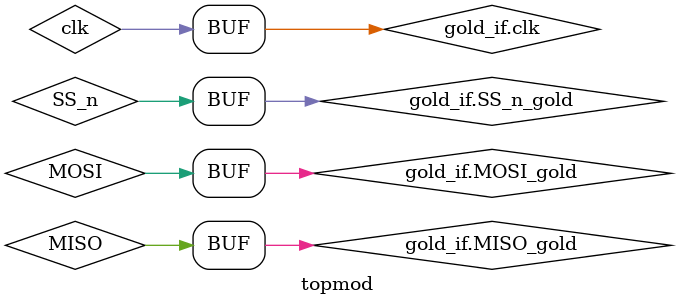
<source format=sv>
module topmod (golden_inter_ref.GOLDEN gold_if);

logic  MOSI,SS_n,rst_n,clk,MISO;

assign SS_n = gold_if.SS_n_gold;
assign rst_n= gold_if.rst_n_gold;
assign MOSI=gold_if.MOSI_gold;
assign clk=gold_if.clk;
assign gold_if.MISO_gold=MISO;

wire rx_valid,tx_valid;
wire [9:0] rx_data;
wire [7:0] tx_data;
rram RAM_INTERFACE(.din(rx_data),.clk(clk),.rst_n(rst_n),.rx_valid(rx_valid),.dout(tx_data),.tx_valid(tx_valid));
SPI SPI_INTERFACE(.tx_valid(tx_valid),.tx_data(tx_data),.rx_valid(rx_valid),.rx_data(rx_data),.rst_n(rst_n),.clk(clk),.SS_n(SS_n),.MISO(MISO),.MOSI(MOSI));
endmodule 
</source>
